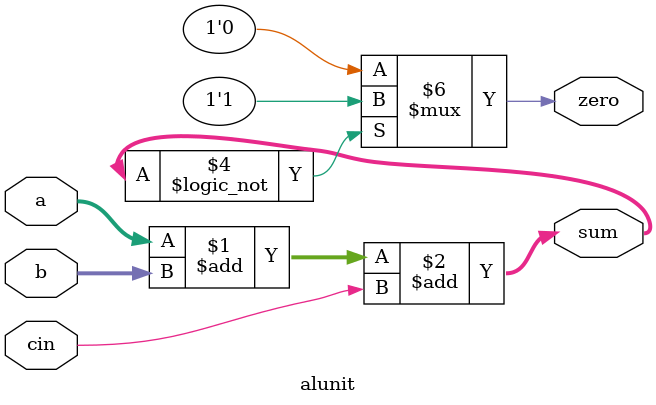
<source format=v>
module alunit(output [31:0] sum,input [31:0] a,input [31:0] b,input cin,output zero);
reg zero;
assign sum[31:0] = a + b + cin;
always @ ( sum )
begin
	if(sum[31:0] == 0)
		zero = 1'b1;
	else
		zero = 1'b0;
end
endmodule 
</source>
